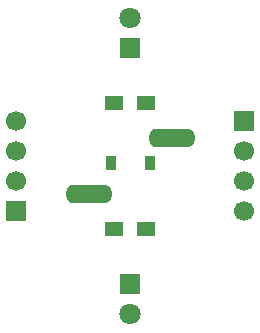
<source format=gbr>
%TF.GenerationSoftware,KiCad,Pcbnew,(5.1.10)-1*%
%TF.CreationDate,2021-07-06T18:58:15-04:00*%
%TF.ProjectId,button_mount,62757474-6f6e-45f6-9d6f-756e742e6b69,rev?*%
%TF.SameCoordinates,Original*%
%TF.FileFunction,Soldermask,Bot*%
%TF.FilePolarity,Negative*%
%FSLAX46Y46*%
G04 Gerber Fmt 4.6, Leading zero omitted, Abs format (unit mm)*
G04 Created by KiCad (PCBNEW (5.1.10)-1) date 2021-07-06 18:58:15*
%MOMM*%
%LPD*%
G01*
G04 APERTURE LIST*
%ADD10C,1.700000*%
%ADD11R,1.700000X1.700000*%
%ADD12O,4.000000X1.600000*%
%ADD13R,1.500000X1.300000*%
%ADD14R,1.800000X1.800000*%
%ADD15C,1.800000*%
%ADD16R,0.900000X1.200000*%
G04 APERTURE END LIST*
D10*
%TO.C,J2*%
X127508000Y-92710000D03*
X127508000Y-90170000D03*
D11*
X127508000Y-85090000D03*
D10*
X127508000Y-87630000D03*
%TD*%
%TO.C,J1*%
X108204000Y-85090000D03*
X108204000Y-87630000D03*
D11*
X108204000Y-92710000D03*
D10*
X108204000Y-90170000D03*
%TD*%
D12*
%TO.C,SW1*%
X114356000Y-91281250D03*
X121356000Y-86518750D03*
%TD*%
D13*
%TO.C,R2*%
X119206000Y-94234000D03*
X116506000Y-94234000D03*
%TD*%
%TO.C,R1*%
X116506000Y-83566000D03*
X119206000Y-83566000D03*
%TD*%
D14*
%TO.C,D3*%
X117856000Y-98907600D03*
D15*
X117856000Y-101447600D03*
%TD*%
D14*
%TO.C,D2*%
X117856000Y-78892400D03*
D15*
X117856000Y-76352400D03*
%TD*%
D16*
%TO.C,D1*%
X116206000Y-88646000D03*
X119506000Y-88646000D03*
%TD*%
M02*

</source>
